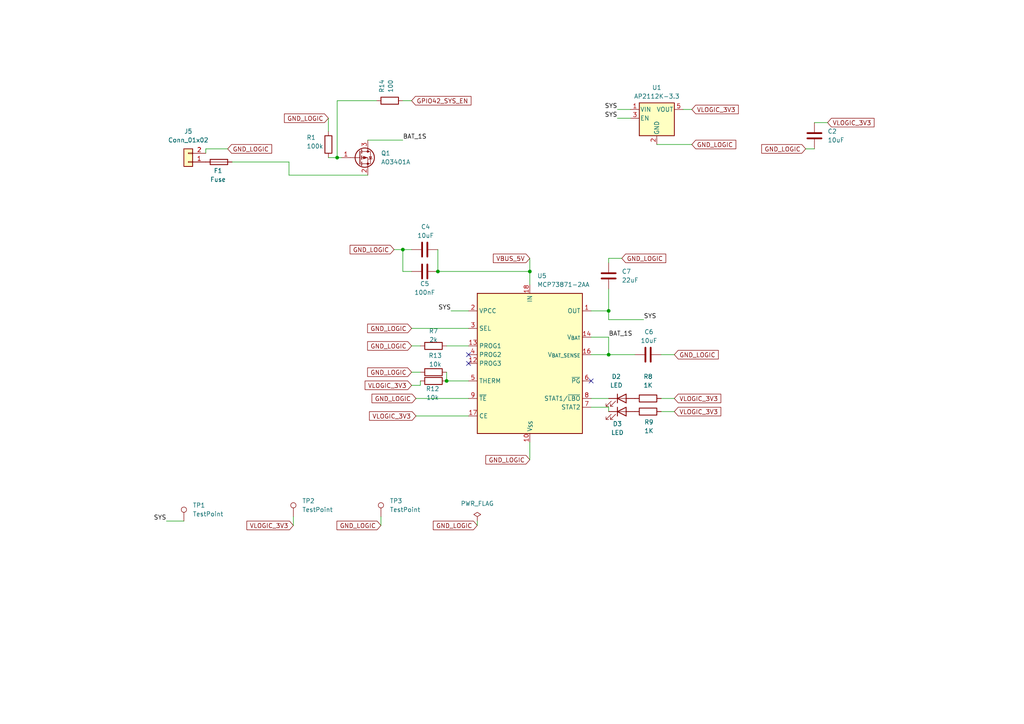
<source format=kicad_sch>
(kicad_sch (version 20250114) (generator "eeschema") (generator_version "9.0")
  (paper "A4")
  (title_block (title "01_Power – Battery + 3V3") (date "2026-01-13") (rev "A") (company "Nerd-Verlag F. Riedhammer (c) 2026"))
  (lib_symbols
    (symbol "Battery_Management:MCP73871-2AA"
      (property "Reference" "U" (at -7.62 24.13 0))
      (property "Value" "MCP73871-2AA" (at -15.24 21.59 0))
      (symbol "MCP73871-2AA_0_1"
        (rectangle (start -15.24 20.32) (end 15.24 -20.32) (stroke (width 0.254)) (fill (type background)))
      )
      (symbol "MCP73871-2AA_1_1"
        (pin input line (at -17.78 15.24 0) (length 2.54) (name "VPCC") (number "2"))
        (pin input line (at -17.78 10.16 0) (length 2.54) (name "SEL") (number "3"))
        (pin bidirectional line (at -17.78 5.08 0) (length 2.54) (name "PROG1") (number "13"))
        (pin input line (at -17.78 2.54 0) (length 2.54) (name "PROG2") (number "4"))
        (pin bidirectional line (at -17.78 0 0) (length 2.54) (name "PROG3") (number "12"))
        (pin bidirectional line (at -17.78 -5.08 0) (length 2.54) (name "THERM") (number "5"))
        (pin input line (at -17.78 -10.16 0) (length 2.54) (name "~{TE}") (number "9"))
        (pin input line (at -17.78 -15.24 0) (length 2.54) (name "CE") (number "17"))
        (pin power_in line (at 0 22.86 270) (length 2.54) (name "IN") (number "18"))
        (pin passive line (at 0 22.86 270) (length 2.54) (hide yes) (name "IN") (number "19"))
        (pin power_in line (at 0 -22.86 90) (length 2.54) (name "V_{SS}") (number "10"))
        (pin passive line (at 0 -22.86 90) (length 2.54) (hide yes) (name "V_{SS}") (number "11"))
        (pin passive line (at 0 -22.86 90) (length 2.54) (hide yes) (name "V_{SS}") (number "21"))
        (pin power_out line (at 17.78 15.24 180) (length 2.54) (name "OUT") (number "1"))
        (pin passive line (at 17.78 15.24 180) (length 2.54) (hide yes) (name "OUT") (number "20"))
        (pin power_out line (at 17.78 7.62 180) (length 2.54) (name "V_{BAT}") (number "14"))
        (pin passive line (at 17.78 7.62 180) (length 2.54) (hide yes) (name "V_{BAT}") (number "15"))
        (pin input line (at 17.78 2.54 180) (length 2.54) (name "V_{BAT_SENSE}") (number "16"))
        (pin open_collector line (at 17.78 -5.08 180) (length 2.54) (name "~{PG}") (number "6"))
        (pin open_collector line (at 17.78 -10.16 180) (length 2.54) (name "STAT1/~{LBO}") (number "8"))
        (pin open_collector line (at 17.78 -12.7 180) (length 2.54) (name "STAT2") (number "7"))
      )
    )
    (symbol "Connector:TestPoint" (pin_numbers (hide yes)) (pin_names (offset 0.762) (hide yes))
      (property "Reference" "TP" (at 0 6.858 0))
      (property "Value" "TestPoint" (at 0 5.08 0))
      (symbol "TestPoint_0_1"
        (circle (center 0 3.302) (radius 0.762))
      )
      (symbol "TestPoint_1_1"
        (pin passive line (at 0 0 90) (length 2.54) (name "1") (number "1"))
      )
    )
    (symbol "Connector_Generic:Conn_01x02" (pin_names (offset 1.016) (hide yes))
      (property "Reference" "J" (at 0 2.54 0))
      (property "Value" "Conn_01x02" (at 0 -5.08 0))
      (symbol "Conn_01x02_1_1"
        (rectangle (start -1.27 1.27) (end 1.27 -3.81) (stroke (width 0.254)) (fill (type background)))
        (rectangle (start -1.27 0.127) (end 0 -0.127) (stroke (width 0.1524)))
        (rectangle (start -1.27 -2.413) (end 0 -2.667) (stroke (width 0.1524)))
        (pin passive line (at -5.08 0 0) (length 3.81) (name "Pin_1") (number "1"))
        (pin passive line (at -5.08 -2.54 0) (length 3.81) (name "Pin_2") (number "2"))
      )
    )
    (symbol "Device:C" (pin_numbers (hide yes)) (pin_names (offset 0.254))
      (property "Reference" "C" (at 0.635 2.54 0))
      (property "Value" "C" (at 0.635 -2.54 0))
      (symbol "C_0_1"
        (polyline (pts (xy -2.032 0.762) (xy 2.032 0.762)) (stroke (width 0.508)))
        (polyline (pts (xy -2.032 -0.762) (xy 2.032 -0.762)) (stroke (width 0.508)))
      )
      (symbol "C_1_1"
        (pin passive line (at 0 3.81 270) (length 2.794) (name "~") (number "1"))
        (pin passive line (at 0 -3.81 90) (length 2.794) (name "~") (number "2"))
      )
    )
    (symbol "Device:Fuse" (pin_numbers (hide yes)) (pin_names (offset 0))
      (property "Reference" "F" (at 2.032 0 90))
      (property "Value" "Fuse" (at -1.905 0 90))
      (symbol "Fuse_0_1"
        (rectangle (start -0.762 -2.54) (end 0.762 2.54) (stroke (width 0.254)))
        (polyline (pts (xy 0 2.54) (xy 0 -2.54)))
      )
      (symbol "Fuse_1_1"
        (pin passive line (at 0 3.81 270) (length 1.27) (name "~") (number "1"))
        (pin passive line (at 0 -3.81 90) (length 1.27) (name "~") (number "2"))
      )
    )
    (symbol "Device:LED" (pin_numbers (hide yes)) (pin_names (offset 1.016) (hide yes))
      (property "Reference" "D" (at 0 2.54 0))
      (property "Value" "LED" (at 0 -2.54 0))
      (symbol "LED_0_1"
        (polyline (pts (xy -3.048 -0.762) (xy -4.572 -2.286) (xy -3.81 -2.286) (xy -4.572 -2.286) (xy -4.572 -1.524)))
        (polyline (pts (xy -1.778 -0.762) (xy -3.302 -2.286) (xy -2.54 -2.286) (xy -3.302 -2.286) (xy -3.302 -1.524)))
        (polyline (pts (xy -1.27 0) (xy 1.27 0)))
        (polyline (pts (xy -1.27 -1.27) (xy -1.27 1.27)) (stroke (width 0.254)))
        (polyline (pts (xy 1.27 -1.27) (xy 1.27 1.27) (xy -1.27 0) (xy 1.27 -1.27)) (stroke (width 0.254)))
      )
      (symbol "LED_1_1"
        (pin passive line (at -3.81 0 0) (length 2.54) (name "K") (number "1"))
        (pin passive line (at 3.81 0 180) (length 2.54) (name "A") (number "2"))
      )
    )
    (symbol "Device:R" (pin_numbers (hide yes)) (pin_names (offset 0))
      (property "Reference" "R" (at 2.032 0 90))
      (property "Value" "R" (at 0 0 90))
      (symbol "R_0_1"
        (rectangle (start -1.016 -2.54) (end 1.016 2.54) (stroke (width 0.254)))
      )
      (symbol "R_1_1"
        (pin passive line (at 0 3.81 270) (length 1.27) (name "~") (number "1"))
        (pin passive line (at 0 -3.81 90) (length 1.27) (name "~") (number "2"))
      )
    )
    (symbol "Regulator_Linear:AP2112K-3.3" (pin_names (offset 0.254))
      (property "Reference" "U" (at -5.08 5.715 0))
      (property "Value" "AP2112K-3.3" (at 0 5.715 0))
      (symbol "AP2112K-3.3_0_1"
        (rectangle (start -5.08 4.445) (end 5.08 -5.08) (stroke (width 0.254)) (fill (type background)))
      )
      (symbol "AP2112K-3.3_1_1"
        (pin power_in line (at -7.62 2.54 0) (length 2.54) (name "VIN") (number "1"))
        (pin input line (at -7.62 0 0) (length 2.54) (name "EN") (number "3"))
        (pin power_in line (at 0 -7.62 90) (length 2.54) (name "GND") (number "2"))
        (pin no_connect line (at 5.08 0 180) (length 2.54) (hide yes) (name "NC") (number "4"))
        (pin power_out line (at 7.62 2.54 180) (length 2.54) (name "VOUT") (number "5"))
      )
    )
    (symbol "Transistor_FET:AO3401A" (pin_names (hide yes))
      (property "Reference" "Q" (at 5.08 1.905 0))
      (property "Value" "AO3401A" (at 5.08 0 0))
      (symbol "AO3401A_0_1"
        (polyline (pts (xy 0.254 1.905) (xy 0.254 -1.905)) (stroke (width 0.254)))
        (polyline (pts (xy 0.254 0) (xy -2.54 0)))
        (polyline (pts (xy 0.762 2.286) (xy 0.762 1.27)) (stroke (width 0.254)))
        (polyline (pts (xy 0.762 1.778) (xy 3.302 1.778) (xy 3.302 -1.778) (xy 0.762 -1.778)))
        (polyline (pts (xy 0.762 0.508) (xy 0.762 -0.508)) (stroke (width 0.254)))
        (polyline (pts (xy 0.762 -1.27) (xy 0.762 -2.286)) (stroke (width 0.254)))
        (circle (center 1.651 0) (radius 2.794) (stroke (width 0.254)))
        (polyline (pts (xy 2.286 0) (xy 1.27 0.381) (xy 1.27 -0.381) (xy 2.286 0)) (fill (type outline)))
        (polyline (pts (xy 2.54 2.54) (xy 2.54 1.778)))
        (circle (center 2.54 1.778) (radius 0.254) (fill (type outline)))
        (circle (center 2.54 -1.778) (radius 0.254) (fill (type outline)))
        (polyline (pts (xy 2.54 -2.54) (xy 2.54 0) (xy 0.762 0)))
        (polyline (pts (xy 2.794 -0.508) (xy 2.921 -0.381) (xy 3.683 -0.381) (xy 3.81 -0.254)))
        (polyline (pts (xy 3.302 -0.381) (xy 2.921 0.254) (xy 3.683 0.254) (xy 3.302 -0.381)))
      )
      (symbol "AO3401A_1_1"
        (pin input line (at -5.08 0 0) (length 2.54) (name "G") (number "1"))
        (pin passive line (at 2.54 5.08 270) (length 2.54) (name "D") (number "3"))
        (pin passive line (at 2.54 -5.08 90) (length 2.54) (name "S") (number "2"))
      )
    )
    (symbol "power:PWR_FLAG" (power) (pin_numbers (hide yes)) (pin_names (offset 0) (hide yes))
      (property "Value" "PWR_FLAG" (at 0 3.81 0))
      (symbol "PWR_FLAG_0_0"
        (pin power_out line (at 0 0 90) (length 0) (name "~") (number "1"))
      )
      (symbol "PWR_FLAG_0_1"
        (polyline (pts (xy 0 0) (xy 0 1.27) (xy -1.016 1.905) (xy 0 2.54) (xy 1.016 1.905) (xy 0 1.27)))
      )
    )
  )
  (junction (at 129.54 110.49))
  (junction (at 127 78.74))
  (junction (at 176.53 90.17))
  (junction (at 176.53 102.87))
  (junction (at 97.79 45.72))
  (junction (at 153.67 78.74))
  (junction (at 116.84 72.39))
  (no_connect (at 135.89 105.41))
  (no_connect (at 171.45 110.49))
  (no_connect (at 135.89 102.87))
  (wire (pts (xy 129.54 107.95) (xy 129.54 110.49)))
  (wire (pts (xy 95.25 45.72) (xy 97.79 45.72)))
  (wire (pts (xy 120.65 115.57) (xy 135.89 115.57)))
  (wire (pts (xy 59.69 43.18) (xy 59.69 44.45)))
  (wire (pts (xy 85.09 152.4) (xy 85.09 149.86)))
  (wire (pts (xy 190.5 41.91) (xy 200.66 41.91)))
  (wire (pts (xy 176.53 115.57) (xy 171.45 115.57)))
  (wire (pts (xy 176.53 102.87) (xy 171.45 102.87)))
  (wire (pts (xy 114.3 72.39) (xy 116.84 72.39)))
  (wire (pts (xy 106.68 40.64) (xy 116.84 40.64)))
  (wire (pts (xy 83.82 46.99) (xy 83.82 50.8)))
  (wire (pts (xy 97.79 29.21) (xy 97.79 45.72)))
  (wire (pts (xy 121.92 111.76) (xy 121.92 110.49)))
  (wire (pts (xy 186.69 92.71) (xy 176.53 92.71)))
  (wire (pts (xy 129.54 110.49) (xy 135.89 110.49)))
  (wire (pts (xy 119.38 29.21) (xy 116.84 29.21)))
  (wire (pts (xy 153.67 74.93) (xy 153.67 78.74)))
  (wire (pts (xy 127 78.74) (xy 153.67 78.74)))
  (wire (pts (xy 83.82 50.8) (xy 106.68 50.8)))
  (wire (pts (xy 95.25 34.29) (xy 95.25 38.1)))
  (wire (pts (xy 67.31 46.99) (xy 83.82 46.99)))
  (wire (pts (xy 97.79 45.72) (xy 99.06 45.72)))
  (wire (pts (xy 48.26 151.13) (xy 53.34 151.13)))
  (wire (pts (xy 198.12 31.75) (xy 200.66 31.75)))
  (wire (pts (xy 179.07 34.29) (xy 182.88 34.29)))
  (wire (pts (xy 116.84 78.74) (xy 116.84 72.39)))
  (wire (pts (xy 138.43 152.4) (xy 138.43 151.13)))
  (wire (pts (xy 176.53 74.93) (xy 176.53 76.2)))
  (wire (pts (xy 176.53 97.79) (xy 176.53 102.87)))
  (wire (pts (xy 127 72.39) (xy 127 78.74)))
  (wire (pts (xy 176.53 97.79) (xy 171.45 97.79)))
  (wire (pts (xy 119.38 95.25) (xy 135.89 95.25)))
  (wire (pts (xy 236.22 35.56) (xy 240.03 35.56)))
  (wire (pts (xy 66.04 43.18) (xy 59.69 43.18)))
  (wire (pts (xy 130.81 90.17) (xy 135.89 90.17)))
  (wire (pts (xy 153.67 133.35) (xy 153.67 128.27)))
  (wire (pts (xy 195.58 102.87) (xy 191.77 102.87)))
  (wire (pts (xy 233.68 43.18) (xy 236.22 43.18)))
  (wire (pts (xy 195.58 115.57) (xy 191.77 115.57)))
  (wire (pts (xy 153.67 78.74) (xy 153.67 82.55)))
  (wire (pts (xy 129.54 100.33) (xy 135.89 100.33)))
  (wire (pts (xy 176.53 118.11) (xy 171.45 118.11)))
  (wire (pts (xy 176.53 90.17) (xy 171.45 90.17)))
  (wire (pts (xy 121.92 107.95) (xy 119.38 107.95)))
  (wire (pts (xy 109.22 29.21) (xy 97.79 29.21)))
  (wire (pts (xy 121.92 111.76) (xy 119.38 111.76)))
  (wire (pts (xy 176.53 119.38) (xy 176.53 118.11)))
  (wire (pts (xy 119.38 78.74) (xy 116.84 78.74)))
  (wire (pts (xy 110.49 152.4) (xy 110.49 149.86)))
  (wire (pts (xy 195.58 119.38) (xy 191.77 119.38)))
  (wire (pts (xy 119.38 100.33) (xy 121.92 100.33)))
  (wire (pts (xy 176.53 83.82) (xy 176.53 90.17)))
  (wire (pts (xy 116.84 72.39) (xy 119.38 72.39)))
  (wire (pts (xy 180.34 74.93) (xy 176.53 74.93)))
  (wire (pts (xy 176.53 92.71) (xy 176.53 90.17)))
  (wire (pts (xy 176.53 102.87) (xy 184.15 102.87)))
  (wire (pts (xy 179.07 31.75) (xy 182.88 31.75)))
  (wire (pts (xy 120.65 120.65) (xy 135.89 120.65)))
  (label "SYS" (at 179.07 31.75 180))
  (label "SYS" (at 130.81 90.17 180))
  (label "BAT_1S" (at 116.84 40.64 0))
  (label "SYS" (at 179.07 34.29 180))
  (label "SYS" (at 48.26 151.13 180))
  (label "BAT_1S" (at 176.53 97.79 0))
  (label "SYS" (at 186.69 92.71 0))
  (global_label "GND_LOGIC" (shape input) (at 138.43 152.4 180) (property "Intersheetrefs" "${INTERSHEET_REFS}" (effects (hide yes))))
  (global_label "GND_LOGIC" (shape input) (at 66.04 43.18 0) (property "Intersheetrefs" "${INTERSHEET_REFS}" (effects (hide yes))))
  (global_label "GND_LOGIC" (shape input) (at 120.65 115.57 180) (property "Intersheetrefs" "${INTERSHEET_REFS}" (effects (hide yes))))
  (global_label "GND_LOGIC" (shape input) (at 110.49 152.4 180) (property "Intersheetrefs" "${INTERSHEET_REFS}" (effects (hide yes))))
  (global_label "GND_LOGIC" (shape input) (at 119.38 100.33 180) (property "Intersheetrefs" "${INTERSHEET_REFS}" (effects (hide yes))))
  (global_label "GND_LOGIC" (shape input) (at 119.38 107.95 180) (property "Intersheetrefs" "${INTERSHEET_REFS}" (effects (hide yes))))
  (global_label "VLOGIC_3V3" (shape input) (at 119.38 111.76 180) (property "Intersheetrefs" "${INTERSHEET_REFS}" (effects (hide yes))))
  (global_label "VLOGIC_3V3" (shape input) (at 195.58 115.57 0) (property "Intersheetrefs" "${INTERSHEET_REFS}" (effects (hide yes))))
  (global_label "GPIO42_SYS_EN" (shape input) (at 119.38 29.21 0) (property "Intersheetrefs" "${INTERSHEET_REFS}" (effects (hide yes))))
  (global_label "GND_LOGIC" (shape input) (at 180.34 74.93 0) (property "Intersheetrefs" "${INTERSHEET_REFS}" (effects (hide yes))))
  (global_label "GND_LOGIC" (shape input) (at 114.3 72.39 180) (property "Intersheetrefs" "${INTERSHEET_REFS}" (effects (hide yes))))
  (global_label "GND_LOGIC" (shape input) (at 153.67 133.35 180) (property "Intersheetrefs" "${INTERSHEET_REFS}" (effects (hide yes))))
  (global_label "GND_LOGIC" (shape input) (at 233.68 43.18 180) (property "Intersheetrefs" "${INTERSHEET_REFS}" (effects (hide yes))))
  (global_label "VLOGIC_3V3" (shape input) (at 200.66 31.75 0) (property "Intersheetrefs" "${INTERSHEET_REFS}" (effects (hide yes))))
  (global_label "VBUS_5V" (shape input) (at 153.67 74.93 180) (property "Intersheetrefs" "${INTERSHEET_REFS}" (effects (hide yes))))
  (global_label "GND_LOGIC" (shape input) (at 95.25 34.29 180) (property "Intersheetrefs" "${INTERSHEET_REFS}" (effects (hide yes))))
  (global_label "VLOGIC_3V3" (shape input) (at 195.58 119.38 0) (property "Intersheetrefs" "${INTERSHEET_REFS}" (effects (hide yes))))
  (global_label "VLOGIC_3V3" (shape input) (at 240.03 35.56 0) (property "Intersheetrefs" "${INTERSHEET_REFS}" (effects (hide yes))))
  (global_label "GND_LOGIC" (shape input) (at 200.66 41.91 0) (property "Intersheetrefs" "${INTERSHEET_REFS}" (effects (hide yes))))
  (global_label "VLOGIC_3V3" (shape input) (at 85.09 152.4 180) (property "Intersheetrefs" "${INTERSHEET_REFS}" (effects (hide yes))))
  (global_label "VLOGIC_3V3" (shape input) (at 120.65 120.65 180) (property "Intersheetrefs" "${INTERSHEET_REFS}" (effects (hide yes))))
  (global_label "GND_LOGIC" (shape input) (at 195.58 102.87 0) (property "Intersheetrefs" "${INTERSHEET_REFS}" (effects (hide yes))))
  (global_label "GND_LOGIC" (shape input) (at 119.38 95.25 180) (property "Intersheetrefs" "${INTERSHEET_REFS}" (effects (hide yes))))
  (symbol (lib_id "Device:C") (at 123.19 72.39 90) (unit 1)
    (property "Reference" "C4" (at 123.444 65.786 90))
    (property "Value" "10uF" (at 123.444 68.326 90))
    (property "Footprint" "Capacitor_SMD:C_0805_2012Metric" (effects (hide yes)))
    (property "Description" "Unpolarized capacitor" (effects (hide yes)))
  )
  (symbol (lib_id "Device:R") (at 125.73 110.49 90) (unit 1)
    (property "Reference" "R12" (at 125.476 112.776 90))
    (property "Value" "10k" (at 125.476 115.316 90))
    (property "Footprint" "Resistor_SMD:R_0603_1608Metric" (effects (hide yes)))
    (property "Description" "Resistor" (effects (hide yes)))
  )
  (symbol (lib_id "Device:R") (at 125.73 107.95 90) (unit 1)
    (property "Reference" "R13" (at 126.238 103.124 90))
    (property "Value" "10k" (at 126.238 105.664 90))
    (property "Footprint" "Resistor_SMD:R_0603_1608Metric" (effects (hide yes)))
    (property "Description" "Resistor" (effects (hide yes)))
  )
  (symbol (lib_id "Device:R") (at 187.96 115.57 90) (unit 1)
    (property "Reference" "R8" (at 187.96 109.22 90))
    (property "Value" "1K" (at 187.96 111.76 90))
    (property "Footprint" "Resistor_SMD:R_0603_1608Metric" (effects (hide yes)))
    (property "Description" "Resistor" (effects (hide yes)))
  )
  (symbol (lib_id "power:PWR_FLAG") (at 138.43 151.13 0) (unit 1)
    (property "Reference" "#FLG02" (effects (hide yes)))
    (property "Value" "PWR_FLAG" (at 138.43 146.05 0))
    (property "Description" "Special symbol for telling ERC where power comes from" (effects (hide yes)))
  )
  (symbol (lib_id "Regulator_Linear:AP2112K-3.3") (at 190.5 34.29 0) (unit 1)
    (property "Reference" "U1" (at 190.5 25.4 0))
    (property "Value" "AP2112K-3.3" (at 190.5 27.94 0))
    (property "Footprint" "Package_TO_SOT_SMD:SOT-23-5" (effects (hide yes)))
    (property "Datasheet" "https://www.diodes.com/assets/Datasheets/AP2112.pdf" (effects (hide yes)))
    (property "Description" "600mA low dropout linear regulator, with enable pin, 3.8V-6V input voltage range, 3.3V fixed positive output, SOT-23-5" (effects (hide yes)))
  )
  (symbol (lib_id "Device:LED") (at 180.34 119.38 0) (unit 1)
    (property "Reference" "D3" (at 179.07 122.936 0))
    (property "Value" "LED" (at 179.07 125.476 0))
    (property "Footprint" "LED_SMD:LED_0603_1608Metric" (effects (hide yes)))
    (property "Description" "Light emitting diode" (effects (hide yes)))
    (property "Sim.Pins" "1=K 2=A" (effects (hide yes)))
  )
  (symbol (lib_id "Connector_Generic:Conn_01x02") (at 54.61 46.99 180) (unit 1)
    (property "Reference" "J5" (at 54.61 38.1 0))
    (property "Value" "Conn_01x02" (at 54.61 40.64 0))
    (property "Footprint" "Connector_Molex:Molex_CLIK-Mate_502386-0270_1x02-1MP_P1.25mm_Horizontal" (effects (hide yes)))
    (property "Description" "Generic connector, single row, 01x02, script generated (kicad-library-utils/schlib/autogen/connector/)" (effects (hide yes)))
  )
  (symbol (lib_id "Device:R") (at 113.03 29.21 90) (unit 1)
    (property "Reference" "R14" (at 110.744 26.924 0) (effects (justify left)))
    (property "Value" "100" (at 113.284 26.924 0) (effects (justify left)))
    (property "Footprint" "Resistor_SMD:R_0603_1608Metric" (effects (hide yes)))
    (property "Description" "Resistor" (effects (hide yes)))
  )
  (symbol (lib_id "Device:R") (at 95.25 41.91 0) (unit 1)
    (property "Reference" "R1" (at 88.9 39.878 0) (effects (justify left)))
    (property "Value" "100k" (at 88.9 42.418 0) (effects (justify left)))
    (property "Footprint" "Resistor_SMD:R_0603_1608Metric" (effects (hide yes)))
    (property "Description" "Resistor" (effects (hide yes)))
  )
  (symbol (lib_id "Transistor_FET:AO3401A") (at 104.14 45.72 0) (unit 1)
    (property "Reference" "Q1" (at 110.49 44.4499 0) (effects (justify left)))
    (property "Value" "AO3401A" (at 110.49 46.9899 0) (effects (justify left)))
    (property "Footprint" "Package_TO_SOT_SMD:SOT-23" (effects (hide yes)))
    (property "Datasheet" "http://www.aosmd.com/pdfs/datasheet/AO3401A.pdf" (effects (hide yes)))
    (property "Description" "-4.0A Id, -30V Vds, P-Channel MOSFET, SOT-23" (effects (hide yes)))
  )
  (symbol (lib_id "Connector:TestPoint") (at 85.09 149.86 0) (unit 1)
    (property "Reference" "TP2" (at 87.63 145.2879 0) (effects (justify left)))
    (property "Value" "TestPoint" (at 87.63 147.8279 0) (effects (justify left)))
    (property "Footprint" "TestPoint:TestPoint_Pad_D1.0mm" (effects (hide yes)))
    (property "Description" "test point" (effects (hide yes)))
  )
  (symbol (lib_id "Device:LED") (at 180.34 115.57 0) (unit 1)
    (property "Reference" "D2" (at 178.7525 109.22 0))
    (property "Value" "LED" (at 178.7525 111.76 0))
    (property "Footprint" "LED_SMD:LED_0603_1608Metric" (effects (hide yes)))
    (property "Description" "Light emitting diode" (effects (hide yes)))
    (property "Sim.Pins" "1=K 2=A" (effects (hide yes)))
  )
  (symbol (lib_id "Device:C") (at 123.19 78.74 270) (unit 1)
    (property "Reference" "C5" (at 123.19 82.296 90))
    (property "Value" "100nF" (at 123.19 84.836 90))
    (property "Footprint" "Capacitor_SMD:C_0603_1608Metric" (effects (hide yes)))
    (property "Description" "Unpolarized capacitor" (effects (hide yes)))
  )
  (symbol (lib_id "Device:R") (at 187.96 119.38 90) (unit 1)
    (property "Reference" "R9" (at 188.214 122.428 90))
    (property "Value" "1K" (at 188.214 124.968 90))
    (property "Footprint" "Resistor_SMD:R_0603_1608Metric" (effects (hide yes)))
    (property "Description" "Resistor" (effects (hide yes)))
  )
  (symbol (lib_id "Device:C") (at 236.22 39.37 0) (unit 1)
    (property "Reference" "C2" (at 240.03 38.0999 0) (effects (justify left)))
    (property "Value" "10uF" (at 240.03 40.6399 0) (effects (justify left)))
    (property "Footprint" "Capacitor_SMD:C_0805_2012Metric" (effects (hide yes)))
    (property "Description" "Unpolarized capacitor" (effects (hide yes)))
  )
  (symbol (lib_id "Device:C") (at 187.96 102.87 90) (unit 1)
    (property "Reference" "C6" (at 188.214 96.266 90))
    (property "Value" "10uF" (at 188.214 98.806 90))
    (property "Footprint" "Capacitor_SMD:C_0805_2012Metric" (effects (hide yes)))
    (property "Description" "Unpolarized capacitor" (effects (hide yes)))
  )
  (symbol (lib_id "Device:C") (at 176.53 80.01 0) (unit 1)
    (property "Reference" "C7" (at 180.34 78.7399 0) (effects (justify left)))
    (property "Value" "22uF" (at 180.34 81.2799 0) (effects (justify left)))
    (property "Footprint" "Capacitor_SMD:C_0805_2012Metric" (effects (hide yes)))
    (property "Description" "Unpolarized capacitor" (effects (hide yes)))
  )
  (symbol (lib_id "Connector:TestPoint") (at 110.49 149.86 0) (unit 1)
    (property "Reference" "TP3" (at 113.03 145.2879 0) (effects (justify left)))
    (property "Value" "TestPoint" (at 113.03 147.8279 0) (effects (justify left)))
    (property "Footprint" "TestPoint:TestPoint_Pad_D1.0mm" (effects (hide yes)))
    (property "Description" "test point" (effects (hide yes)))
  )
  (symbol (lib_id "Device:R") (at 125.73 100.33 90) (unit 1)
    (property "Reference" "R7" (at 125.73 96.012 90))
    (property "Value" "2k" (at 125.73 98.552 90))
    (property "Footprint" "Resistor_SMD:R_0603_1608Metric" (effects (hide yes)))
    (property "Description" "Resistor" (effects (hide yes)))
  )
  (symbol (lib_id "Battery_Management:MCP73871-2AA") (at 153.67 105.41 0) (unit 1)
    (property "Reference" "U5" (at 155.8133 80.01 0) (effects (justify left)))
    (property "Value" "MCP73871-2AA" (at 155.8133 82.55 0) (effects (justify left)))
    (property "Footprint" "Package_DFN_QFN:QFN-20-1EP_4x4mm_P0.5mm_EP2.5x2.5mm" (effects (hide yes)))
    (property "Datasheet" "http://www.mouser.com/ds/2/268/22090a-52174.pdf" (effects (hide yes)))
    (property "Description" "Single cell, Li-Ion/Li-Po charge management controller, 4.20V" (effects (hide yes)))
  )
  (symbol (lib_id "Device:Fuse") (at 63.5 46.99 90) (unit 1)
    (property "Reference" "F1" (at 63.246 49.53 90))
    (property "Value" "Fuse" (at 63.246 52.07 90))
    (property "Footprint" "Fuse:Fuse_1206_3216Metric" (effects (hide yes)))
    (property "Description" "Fuse" (effects (hide yes)))
  )
  (symbol (lib_id "Connector:TestPoint") (at 53.34 151.13 0) (unit 1)
    (property "Reference" "TP1" (at 55.88 146.5579 0) (effects (justify left)))
    (property "Value" "TestPoint" (at 55.88 149.0979 0) (effects (justify left)))
    (property "Footprint" "TestPoint:TestPoint_Pad_D1.0mm" (effects (hide yes)))
    (property "Description" "test point" (effects (hide yes)))
  )
)
</source>
